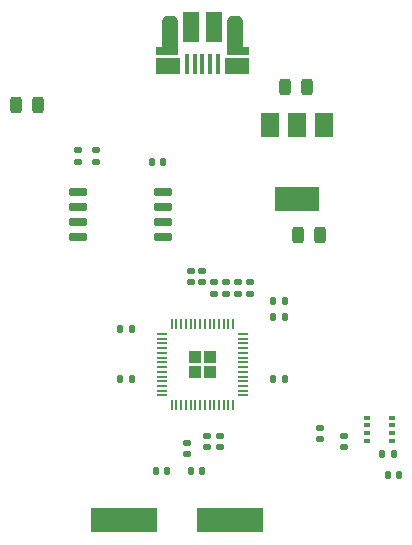
<source format=gbr>
G04 #@! TF.GenerationSoftware,KiCad,Pcbnew,7.0.7*
G04 #@! TF.CreationDate,2023-09-24T23:50:35-07:00*
G04 #@! TF.ProjectId,RP2040_minimal,52503230-3430-45f6-9d69-6e696d616c2e,REV1*
G04 #@! TF.SameCoordinates,Original*
G04 #@! TF.FileFunction,Paste,Top*
G04 #@! TF.FilePolarity,Positive*
%FSLAX46Y46*%
G04 Gerber Fmt 4.6, Leading zero omitted, Abs format (unit mm)*
G04 Created by KiCad (PCBNEW 7.0.7) date 2023-09-24 23:50:35*
%MOMM*%
%LPD*%
G01*
G04 APERTURE LIST*
G04 Aperture macros list*
%AMRoundRect*
0 Rectangle with rounded corners*
0 $1 Rounding radius*
0 $2 $3 $4 $5 $6 $7 $8 $9 X,Y pos of 4 corners*
0 Add a 4 corners polygon primitive as box body*
4,1,4,$2,$3,$4,$5,$6,$7,$8,$9,$2,$3,0*
0 Add four circle primitives for the rounded corners*
1,1,$1+$1,$2,$3*
1,1,$1+$1,$4,$5*
1,1,$1+$1,$6,$7*
1,1,$1+$1,$8,$9*
0 Add four rect primitives between the rounded corners*
20,1,$1+$1,$2,$3,$4,$5,0*
20,1,$1+$1,$4,$5,$6,$7,0*
20,1,$1+$1,$6,$7,$8,$9,0*
20,1,$1+$1,$8,$9,$2,$3,0*%
G04 Aperture macros list end*
%ADD10RoundRect,0.243750X-0.243750X-0.456250X0.243750X-0.456250X0.243750X0.456250X-0.243750X0.456250X0*%
%ADD11R,0.400000X1.750000*%
%ADD12R,1.825000X0.700000*%
%ADD13R,2.000000X1.460000*%
%ADD14RoundRect,0.384800X0.265200X1.240200X-0.265200X1.240200X-0.265200X-1.240200X0.265200X-1.240200X0*%
%ADD15R,1.425000X2.500000*%
%ADD16RoundRect,0.147500X0.172500X-0.147500X0.172500X0.147500X-0.172500X0.147500X-0.172500X-0.147500X0*%
%ADD17RoundRect,0.147500X0.147500X0.172500X-0.147500X0.172500X-0.147500X-0.172500X0.147500X-0.172500X0*%
%ADD18RoundRect,0.147500X-0.172500X0.147500X-0.172500X-0.147500X0.172500X-0.147500X0.172500X0.147500X0*%
%ADD19R,1.500000X2.000000*%
%ADD20R,3.800000X2.000000*%
%ADD21RoundRect,0.150000X-0.650000X-0.150000X0.650000X-0.150000X0.650000X0.150000X-0.650000X0.150000X0*%
%ADD22RoundRect,0.147500X-0.147500X-0.172500X0.147500X-0.172500X0.147500X0.172500X-0.147500X0.172500X0*%
%ADD23RoundRect,0.050000X-0.050000X-0.387500X0.050000X-0.387500X0.050000X0.387500X-0.050000X0.387500X0*%
%ADD24RoundRect,0.050000X-0.387500X-0.050000X0.387500X-0.050000X0.387500X0.050000X-0.387500X0.050000X0*%
%ADD25RoundRect,0.250000X-0.292217X-0.292217X0.292217X-0.292217X0.292217X0.292217X-0.292217X0.292217X0*%
%ADD26R,5.600000X2.100000*%
%ADD27RoundRect,0.140000X-0.170000X0.140000X-0.170000X-0.140000X0.170000X-0.140000X0.170000X0.140000X0*%
%ADD28R,0.500000X0.350000*%
%ADD29RoundRect,0.140000X0.140000X0.170000X-0.140000X0.170000X-0.140000X-0.170000X0.140000X-0.170000X0*%
G04 APERTURE END LIST*
D10*
X109962500Y-89000000D03*
X108087500Y-89000000D03*
D11*
X101300000Y-74525000D03*
X100650000Y-74525000D03*
X100000000Y-74525000D03*
X99350000Y-74525000D03*
X98700000Y-74525000D03*
D12*
X102987500Y-73400000D03*
D13*
X102900000Y-74730000D03*
D14*
X102725000Y-72125000D03*
D15*
X100962500Y-71450000D03*
X99037500Y-71450000D03*
D14*
X97275000Y-72125000D03*
D13*
X97100000Y-74730000D03*
D12*
X97012500Y-73400000D03*
D16*
X104000000Y-94000000D03*
X104000000Y-93030000D03*
X103000000Y-94000000D03*
X103000000Y-93030000D03*
D17*
X93030000Y-101200000D03*
X94000000Y-101200000D03*
X95700000Y-82830000D03*
X96670000Y-82830000D03*
D18*
X89500000Y-81830000D03*
X89500000Y-82800000D03*
D19*
X105700000Y-79700000D03*
D20*
X108000000Y-86000000D03*
D19*
X108000000Y-79700000D03*
X110300000Y-79700000D03*
D21*
X96650000Y-85370000D03*
X96650000Y-86640000D03*
X96650000Y-87910000D03*
X96650000Y-89180000D03*
X89450000Y-89180000D03*
X89450000Y-87910000D03*
X89450000Y-86640000D03*
X89450000Y-85370000D03*
D22*
X99000000Y-109000000D03*
X99970000Y-109000000D03*
D16*
X91000000Y-82800000D03*
X91000000Y-81830000D03*
X100000000Y-92030000D03*
X100000000Y-93000000D03*
D22*
X106970000Y-101200000D03*
X106000000Y-101200000D03*
D18*
X100381000Y-106970000D03*
X100381000Y-106000000D03*
X101000000Y-93030000D03*
X101000000Y-94000000D03*
X101500000Y-106000000D03*
X101500000Y-106970000D03*
D10*
X107000000Y-76500000D03*
X108875000Y-76500000D03*
D17*
X94000000Y-97000000D03*
X93030000Y-97000000D03*
D22*
X106000000Y-94600000D03*
X106970000Y-94600000D03*
D23*
X97400000Y-96562500D03*
X97800000Y-96562500D03*
X98200000Y-96562500D03*
X98600000Y-96562500D03*
X99000000Y-96562500D03*
X99400000Y-96562500D03*
X99800000Y-96562500D03*
X100200000Y-96562500D03*
X100600000Y-96562500D03*
X101000000Y-96562500D03*
X101400000Y-96562500D03*
X101800000Y-96562500D03*
X102200000Y-96562500D03*
X102600000Y-96562500D03*
D24*
X103437500Y-97400000D03*
X103437500Y-97800000D03*
X103437500Y-98200000D03*
X103437500Y-98600000D03*
X103437500Y-99000000D03*
X103437500Y-99400000D03*
X103437500Y-99800000D03*
X103437500Y-100200000D03*
X103437500Y-100600000D03*
X103437500Y-101000000D03*
X103437500Y-101400000D03*
X103437500Y-101800000D03*
X103437500Y-102200000D03*
X103437500Y-102600000D03*
D23*
X102600000Y-103437500D03*
X102200000Y-103437500D03*
X101800000Y-103437500D03*
X101400000Y-103437500D03*
X101000000Y-103437500D03*
X100600000Y-103437500D03*
X100200000Y-103437500D03*
X99800000Y-103437500D03*
X99400000Y-103437500D03*
X99000000Y-103437500D03*
X98600000Y-103437500D03*
X98200000Y-103437500D03*
X97800000Y-103437500D03*
X97400000Y-103437500D03*
D24*
X96562500Y-102600000D03*
X96562500Y-102200000D03*
X96562500Y-101800000D03*
X96562500Y-101400000D03*
X96562500Y-101000000D03*
X96562500Y-100600000D03*
X96562500Y-100200000D03*
X96562500Y-99800000D03*
X96562500Y-99400000D03*
X96562500Y-99000000D03*
X96562500Y-98600000D03*
X96562500Y-98200000D03*
X96562500Y-97800000D03*
X96562500Y-97400000D03*
D25*
X100637500Y-100637500D03*
X100637500Y-99362500D03*
X99362500Y-100637500D03*
X99362500Y-99362500D03*
D17*
X97000000Y-109000000D03*
X96030000Y-109000000D03*
D18*
X102000000Y-93030000D03*
X102000000Y-94000000D03*
D16*
X99000000Y-93000000D03*
X99000000Y-92030000D03*
D22*
X106000000Y-96000000D03*
X106970000Y-96000000D03*
D18*
X98700000Y-106630000D03*
X98700000Y-107600000D03*
D26*
X93341000Y-113116000D03*
X102341000Y-113116000D03*
D10*
X84177500Y-78000000D03*
X86052500Y-78000000D03*
D27*
X111988800Y-106032000D03*
X111988800Y-106992000D03*
D28*
X113970000Y-106430000D03*
X113970000Y-105780000D03*
X113970000Y-105130000D03*
X113970000Y-104480000D03*
X116020000Y-104480000D03*
X116020000Y-105130000D03*
X116020000Y-105780000D03*
X116020000Y-106430000D03*
D27*
X109956800Y-105371600D03*
X109956800Y-106331600D03*
D29*
X116177200Y-107578800D03*
X115217200Y-107578800D03*
X115674400Y-109356800D03*
X116634400Y-109356800D03*
M02*

</source>
